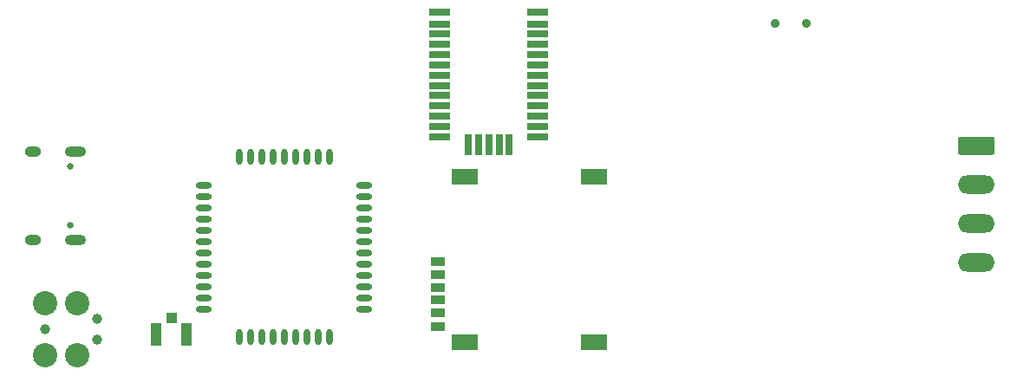
<source format=gbr>
%TF.GenerationSoftware,KiCad,Pcbnew,(5.1.10-1-10_14)*%
%TF.CreationDate,2021-07-19T22:49:48+10:00*%
%TF.ProjectId,samd21_gps_tracker,73616d64-3231-45f6-9770-735f74726163,rev?*%
%TF.SameCoordinates,Original*%
%TF.FileFunction,Soldermask,Top*%
%TF.FilePolarity,Negative*%
%FSLAX46Y46*%
G04 Gerber Fmt 4.6, Leading zero omitted, Abs format (unit mm)*
G04 Created by KiCad (PCBNEW (5.1.10-1-10_14)) date 2021-07-19 22:49:48*
%MOMM*%
%LPD*%
G01*
G04 APERTURE LIST*
%ADD10R,2.610000X1.560000*%
%ADD11R,1.350000X0.900000*%
%ADD12R,1.340000X0.900000*%
%ADD13O,2.100000X1.000000*%
%ADD14C,0.650000*%
%ADD15O,1.600000X1.000000*%
%ADD16R,1.050000X1.100000*%
%ADD17R,1.100000X2.250000*%
%ADD18C,2.374900*%
%ADD19C,0.990600*%
%ADD20O,3.600000X1.800000*%
%ADD21C,0.900000*%
%ADD22R,2.150000X0.700000*%
%ADD23R,0.700000X2.150000*%
%ADD24O,1.600000X0.600000*%
%ADD25O,0.600000X1.600000*%
G04 APERTURE END LIST*
D10*
%TO.C,J4*%
X182660000Y-70800000D03*
X195290000Y-70800000D03*
X195290000Y-54600000D03*
X182660000Y-54600000D03*
D11*
X180010000Y-67940000D03*
X180010000Y-65440000D03*
X180010000Y-62940000D03*
D12*
X180010000Y-69240000D03*
D11*
X180010000Y-66690000D03*
X180010000Y-64190000D03*
%TD*%
D13*
%TO.C,J5*%
X144630000Y-52180000D03*
X144630000Y-60820000D03*
D14*
X144100000Y-59390000D03*
D15*
X140450000Y-60820000D03*
D14*
X144100000Y-53610000D03*
D15*
X140450000Y-52180000D03*
%TD*%
D16*
%TO.C,J6*%
X154000000Y-68450000D03*
D17*
X152525000Y-70000000D03*
X155475000Y-70000000D03*
%TD*%
D18*
%TO.C,J1*%
X141660000Y-66960000D03*
X141660000Y-72040000D03*
X144835000Y-72040000D03*
X144835000Y-66960000D03*
D19*
X146740000Y-70516000D03*
X146740000Y-68484000D03*
X141660000Y-69500000D03*
%TD*%
%TO.C,J2*%
G36*
G01*
X231050000Y-50700000D02*
X234150000Y-50700000D01*
G75*
G02*
X234400000Y-50950000I0J-250000D01*
G01*
X234400000Y-52250000D01*
G75*
G02*
X234150000Y-52500000I-250000J0D01*
G01*
X231050000Y-52500000D01*
G75*
G02*
X230800000Y-52250000I0J250000D01*
G01*
X230800000Y-50950000D01*
G75*
G02*
X231050000Y-50700000I250000J0D01*
G01*
G37*
D20*
X232600000Y-55410000D03*
X232600000Y-59220000D03*
X232600000Y-63030000D03*
%TD*%
D21*
%TO.C,SW2*%
X213000000Y-39670000D03*
X216000000Y-39670000D03*
%TD*%
D22*
%TO.C,U4*%
X189800000Y-50700000D03*
X189800000Y-49700000D03*
X189800000Y-48700000D03*
X189800000Y-47700000D03*
X189800000Y-46700000D03*
X189800000Y-45700000D03*
X189800000Y-44700000D03*
X189800000Y-43700000D03*
X189800000Y-42700000D03*
X189800000Y-41700000D03*
X189800000Y-40700000D03*
X189800000Y-39700000D03*
X189800000Y-38550000D03*
X180200000Y-38550000D03*
X180200000Y-39700000D03*
X180200000Y-40700000D03*
X180200000Y-41700000D03*
X180200000Y-42700000D03*
X180200000Y-43700000D03*
X180200000Y-44700000D03*
X180200000Y-45700000D03*
X180200000Y-46700000D03*
X180200000Y-47700000D03*
X180200000Y-48700000D03*
X180200000Y-49700000D03*
X180200000Y-50700000D03*
D23*
X183000000Y-51500000D03*
X184000000Y-51500000D03*
X185000000Y-51500000D03*
X186000000Y-51500000D03*
X187000000Y-51500000D03*
%TD*%
D24*
%TO.C,U8*%
X172850000Y-67550000D03*
X172850000Y-66450000D03*
X172850000Y-65350000D03*
X172850000Y-64250000D03*
X172850000Y-63150000D03*
X172850000Y-62050000D03*
X172850000Y-60950000D03*
X172850000Y-59850000D03*
X172850000Y-58750000D03*
X172850000Y-57650000D03*
X172850000Y-56550000D03*
X172850000Y-55450000D03*
D25*
X169400000Y-52700000D03*
X168300000Y-52700000D03*
X167200000Y-52700000D03*
X166100000Y-52700000D03*
X165000000Y-52700000D03*
X163900000Y-52700000D03*
X162800000Y-52700000D03*
X161700000Y-52700000D03*
X160600000Y-52700000D03*
D24*
X157150000Y-55450000D03*
X157150000Y-56550000D03*
X157150000Y-57650000D03*
X157150000Y-58750000D03*
X157150000Y-59850000D03*
X157150000Y-60950000D03*
X157150000Y-62050000D03*
X157150000Y-63150000D03*
X157150000Y-64250000D03*
X157150000Y-65350000D03*
X157150000Y-66450000D03*
X157150000Y-67550000D03*
D25*
X160600000Y-70300000D03*
X161700000Y-70300000D03*
X162800000Y-70300000D03*
X163900000Y-70300000D03*
X165000000Y-70300000D03*
X166100000Y-70300000D03*
X167200000Y-70300000D03*
X168300000Y-70300000D03*
X169400000Y-70300000D03*
%TD*%
M02*

</source>
